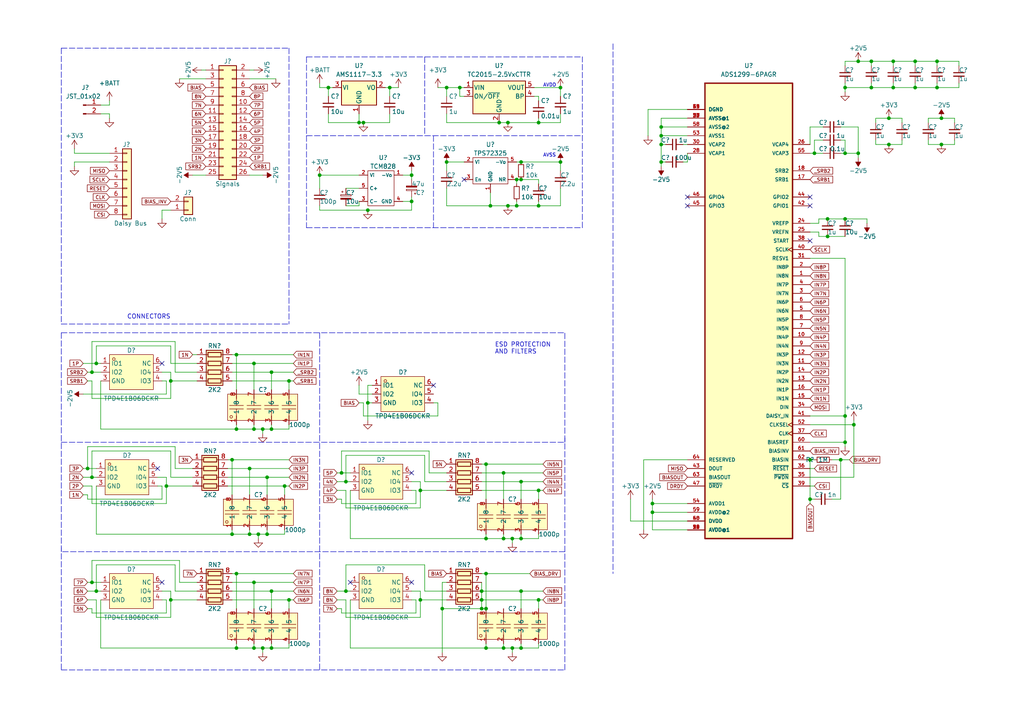
<source format=kicad_sch>
(kicad_sch (version 20211123) (generator eeschema)
  (paper "A4")
  (junction (at 156.21 35.56))
  (junction (at 26.67 138.43))
  (junction (at 113.03 25.4))
  (junction (at 148.59 187.96))
  (junction (at 78.74 124.46))
  (junction (at 156.21 142.24))
  (junction (at 189.23 146.05))
  (junction (at 106.68 60.96))
  (junction (at 48.26 140.97))
  (junction (at 271.78 17.78))
  (junction (at 151.13 52.07))
  (junction (at 265.43 17.78))
  (junction (at 129.54 25.4))
  (junction (at 100.33 171.45))
  (junction (at 77.47 154.94))
  (junction (at 139.7 171.45))
  (junction (at 149.86 52.07))
  (junction (at 105.41 35.56))
  (junction (at 240.03 63.5))
  (junction (at 78.74 171.45))
  (junction (at 142.24 59.69))
  (junction (at 104.14 35.56))
  (junction (at 140.97 156.21))
  (junction (at 147.32 35.56))
  (junction (at 191.77 36.83))
  (junction (at 234.95 133.35))
  (junction (at 140.97 134.62))
  (junction (at 67.31 133.35))
  (junction (at 121.92 142.24))
  (junction (at 99.06 137.16))
  (junction (at 92.71 50.8))
  (junction (at 68.58 102.87))
  (junction (at 245.11 63.5))
  (junction (at 74.93 154.94))
  (junction (at 191.77 41.91))
  (junction (at 49.53 173.99))
  (junction (at 82.55 140.97))
  (junction (at 139.7 173.99))
  (junction (at 106.68 116.84))
  (junction (at 259.08 25.4))
  (junction (at 76.2 187.96))
  (junction (at 147.32 59.69))
  (junction (at 119.38 58.42))
  (junction (at 26.67 107.95))
  (junction (at 26.67 168.91))
  (junction (at 73.66 105.41))
  (junction (at 151.13 139.7))
  (junction (at 68.58 166.37))
  (junction (at 151.13 156.21))
  (junction (at 248.92 44.45))
  (junction (at 73.66 168.91))
  (junction (at 245.11 128.27))
  (junction (at 83.82 173.99))
  (junction (at 271.78 25.4))
  (junction (at 252.73 17.78))
  (junction (at 76.2 124.46))
  (junction (at 146.05 187.96))
  (junction (at 257.81 41.91))
  (junction (at 68.58 124.46))
  (junction (at 236.22 44.45))
  (junction (at 27.94 105.41))
  (junction (at 162.56 25.4))
  (junction (at 149.86 59.69))
  (junction (at 252.73 25.4))
  (junction (at 240.03 68.58))
  (junction (at 25.4 135.89))
  (junction (at 191.77 46.99))
  (junction (at 162.56 46.99))
  (junction (at 265.43 25.4))
  (junction (at 121.92 173.99))
  (junction (at 140.97 176.53))
  (junction (at 83.82 110.49))
  (junction (at 151.13 46.99))
  (junction (at 146.05 156.21))
  (junction (at 119.38 50.8))
  (junction (at 100.33 139.7))
  (junction (at 140.97 187.96))
  (junction (at 133.35 25.4))
  (junction (at 27.94 171.45))
  (junction (at 243.84 133.35))
  (junction (at 245.11 44.45))
  (junction (at 67.31 154.94))
  (junction (at 49.53 110.49))
  (junction (at 245.11 120.65))
  (junction (at 95.25 25.4))
  (junction (at 189.23 148.59))
  (junction (at 245.11 25.4))
  (junction (at 139.7 176.53))
  (junction (at 72.39 135.89))
  (junction (at 248.92 17.78))
  (junction (at 78.74 107.95))
  (junction (at 68.58 187.96))
  (junction (at 257.81 34.29))
  (junction (at 273.05 41.91))
  (junction (at 259.08 17.78))
  (junction (at 73.66 187.96))
  (junction (at 146.05 137.16))
  (junction (at 234.95 144.78))
  (junction (at 77.47 138.43))
  (junction (at 151.13 171.45))
  (junction (at 247.65 123.19))
  (junction (at 140.97 166.37))
  (junction (at 73.66 124.46))
  (junction (at 148.59 156.21))
  (junction (at 156.21 59.69))
  (junction (at 72.39 154.94))
  (junction (at 144.78 35.56))
  (junction (at 151.13 187.96))
  (junction (at 129.54 46.99))
  (junction (at 156.21 173.99))
  (junction (at 273.05 34.29))
  (junction (at 78.74 187.96))
  (junction (at 191.77 39.37))
  (junction (at 128.27 176.53))
  (no_connect (at 46.99 105.41))
  (no_connect (at 199.39 59.69))
  (no_connect (at 119.38 168.91))
  (no_connect (at 234.95 69.85))
  (no_connect (at 134.62 52.07))
  (no_connect (at 199.39 57.15))
  (no_connect (at 46.99 168.91))
  (no_connect (at 45.72 135.89))
  (no_connect (at 125.73 111.76))
  (no_connect (at 234.95 59.69))
  (no_connect (at 119.38 137.16))
  (no_connect (at 101.6 168.91))
  (no_connect (at 234.95 57.15))
  (wire (pts (xy 140.97 166.37) (xy 153.67 166.37)))
  (wire (pts (xy 139.7 173.99) (xy 156.21 173.99)))
  (wire (pts (xy 67.31 168.91) (xy 73.66 168.91)))
  (wire (pts (xy 234.95 133.35) (xy 236.22 133.35)))
  (wire (pts (xy 278.13 17.78) (xy 278.13 19.05)))
  (wire (pts (xy 49.53 110.49) (xy 49.53 107.95)))
  (wire (pts (xy 162.56 33.02) (xy 162.56 35.56)))
  (wire (pts (xy 99.06 176.53) (xy 99.06 177.8)))
  (wire (pts (xy 31.75 34.29) (xy 31.75 33.02)))
  (wire (pts (xy 104.14 58.42) (xy 104.14 59.69)))
  (wire (pts (xy 21.59 48.26) (xy 21.59 46.99)))
  (wire (pts (xy 100.33 142.24) (xy 97.79 142.24)))
  (wire (pts (xy 106.68 121.92) (xy 106.68 116.84)))
  (polyline (pts (xy 163.83 160.02) (xy 17.78 160.02)))
  (wire (pts (xy 46.99 60.96) (xy 46.99 63.5)))
  (wire (pts (xy 234.95 44.45) (xy 236.22 44.45)))
  (wire (pts (xy 234.95 144.78) (xy 234.95 146.05)))
  (polyline (pts (xy 88.9 16.51) (xy 168.91 16.51)))
  (wire (pts (xy 271.78 25.4) (xy 265.43 25.4)))
  (wire (pts (xy 66.04 140.97) (xy 82.55 140.97)))
  (wire (pts (xy 142.24 59.69) (xy 147.32 59.69)))
  (wire (pts (xy 78.74 186.69) (xy 78.74 187.96)))
  (wire (pts (xy 46.99 144.78) (xy 46.99 140.97)))
  (wire (pts (xy 140.97 154.94) (xy 140.97 156.21)))
  (polyline (pts (xy 163.83 128.27) (xy 163.83 127)))
  (wire (pts (xy 76.2 124.46) (xy 78.74 124.46)))
  (wire (pts (xy 198.12 41.91) (xy 199.39 41.91)))
  (wire (pts (xy 113.03 25.4) (xy 115.57 25.4)))
  (wire (pts (xy 245.11 44.45) (xy 243.84 44.45)))
  (wire (pts (xy 127 116.84) (xy 125.73 116.84)))
  (wire (pts (xy 254 34.29) (xy 257.81 34.29)))
  (wire (pts (xy 156.21 58.42) (xy 156.21 59.69)))
  (wire (pts (xy 156.21 53.34) (xy 156.21 52.07)))
  (wire (pts (xy 162.56 27.94) (xy 162.56 25.4)))
  (wire (pts (xy 76.2 189.23) (xy 76.2 187.96)))
  (wire (pts (xy 67.31 153.67) (xy 67.31 154.94)))
  (wire (pts (xy 243.84 133.35) (xy 246.38 133.35)))
  (wire (pts (xy 156.21 27.94) (xy 154.94 27.94)))
  (wire (pts (xy 241.3 133.35) (xy 243.84 133.35)))
  (wire (pts (xy 199.39 44.45) (xy 199.39 46.99)))
  (wire (pts (xy 140.97 187.96) (xy 146.05 187.96)))
  (wire (pts (xy 77.47 153.67) (xy 77.47 154.94)))
  (wire (pts (xy 27.94 154.94) (xy 67.31 154.94)))
  (wire (pts (xy 146.05 137.16) (xy 146.05 144.78)))
  (wire (pts (xy 73.66 105.41) (xy 85.09 105.41)))
  (wire (pts (xy 49.53 60.96) (xy 46.99 60.96)))
  (wire (pts (xy 156.21 156.21) (xy 156.21 154.94)))
  (wire (pts (xy 105.41 116.84) (xy 105.41 120.65)))
  (polyline (pts (xy 17.78 160.02) (xy 17.78 158.75)))
  (wire (pts (xy 139.7 142.24) (xy 156.21 142.24)))
  (wire (pts (xy 120.65 177.8) (xy 120.65 173.99)))
  (wire (pts (xy 55.88 50.8) (xy 59.69 50.8)))
  (wire (pts (xy 67.31 171.45) (xy 78.74 171.45)))
  (wire (pts (xy 254 35.56) (xy 254 34.29)))
  (wire (pts (xy 151.13 139.7) (xy 157.48 139.7)))
  (polyline (pts (xy 17.78 13.97) (xy 83.82 13.97)))
  (wire (pts (xy 66.04 133.35) (xy 67.31 133.35)))
  (wire (pts (xy 104.14 116.84) (xy 105.41 116.84)))
  (wire (pts (xy 48.26 138.43) (xy 45.72 138.43)))
  (polyline (pts (xy 17.78 194.31) (xy 163.83 194.31)))
  (wire (pts (xy 236.22 44.45) (xy 238.76 44.45)))
  (wire (pts (xy 182.88 144.78) (xy 182.88 151.13)))
  (wire (pts (xy 25.4 129.54) (xy 25.4 135.89)))
  (wire (pts (xy 147.32 35.56) (xy 156.21 35.56)))
  (wire (pts (xy 67.31 133.35) (xy 83.82 133.35)))
  (wire (pts (xy 121.92 147.32) (xy 100.33 147.32)))
  (wire (pts (xy 149.86 52.07) (xy 151.13 52.07)))
  (wire (pts (xy 252.73 19.05) (xy 252.73 17.78)))
  (wire (pts (xy 68.58 186.69) (xy 68.58 187.96)))
  (wire (pts (xy 265.43 17.78) (xy 271.78 17.78)))
  (wire (pts (xy 127 120.65) (xy 127 116.84)))
  (wire (pts (xy 99.06 146.05) (xy 120.65 146.05)))
  (wire (pts (xy 189.23 146.05) (xy 199.39 146.05)))
  (wire (pts (xy 73.66 168.91) (xy 73.66 176.53)))
  (wire (pts (xy 49.53 173.99) (xy 49.53 171.45)))
  (wire (pts (xy 156.21 34.29) (xy 156.21 35.56)))
  (polyline (pts (xy 88.9 66.04) (xy 168.91 66.04)))
  (wire (pts (xy 123.19 163.83) (xy 123.19 171.45)))
  (wire (pts (xy 50.8 107.95) (xy 50.8 99.06)))
  (wire (pts (xy 248.92 36.83) (xy 248.92 44.45)))
  (wire (pts (xy 191.77 36.83) (xy 199.39 36.83)))
  (wire (pts (xy 68.58 124.46) (xy 73.66 124.46)))
  (wire (pts (xy 101.6 142.24) (xy 101.6 156.21)))
  (wire (pts (xy 245.11 24.13) (xy 245.11 25.4)))
  (wire (pts (xy 121.92 139.7) (xy 119.38 139.7)))
  (wire (pts (xy 133.35 27.94) (xy 133.35 25.4)))
  (wire (pts (xy 234.95 67.31) (xy 237.49 67.31)))
  (wire (pts (xy 73.66 105.41) (xy 73.66 113.03)))
  (wire (pts (xy 27.94 140.97) (xy 27.94 154.94)))
  (wire (pts (xy 156.21 173.99) (xy 157.48 173.99)))
  (polyline (pts (xy 17.78 128.27) (xy 163.83 128.27)))
  (wire (pts (xy 243.84 36.83) (xy 248.92 36.83)))
  (wire (pts (xy 271.78 17.78) (xy 278.13 17.78)))
  (wire (pts (xy 106.68 116.84) (xy 107.95 116.84)))
  (wire (pts (xy 191.77 39.37) (xy 191.77 36.83)))
  (wire (pts (xy 234.95 36.83) (xy 238.76 36.83)))
  (wire (pts (xy 50.8 99.06) (xy 26.67 99.06)))
  (wire (pts (xy 257.81 41.91) (xy 261.62 41.91)))
  (wire (pts (xy 191.77 48.26) (xy 191.77 46.99)))
  (polyline (pts (xy 17.78 96.52) (xy 17.78 194.31)))
  (wire (pts (xy 49.53 105.41) (xy 57.15 105.41)))
  (wire (pts (xy 146.05 154.94) (xy 146.05 156.21)))
  (wire (pts (xy 29.21 33.02) (xy 31.75 33.02)))
  (wire (pts (xy 21.59 46.99) (xy 31.75 46.99)))
  (wire (pts (xy 27.94 171.45) (xy 29.21 171.45)))
  (wire (pts (xy 234.95 128.27) (xy 245.11 128.27)))
  (wire (pts (xy 100.33 139.7) (xy 101.6 139.7)))
  (wire (pts (xy 26.67 162.56) (xy 26.67 168.91)))
  (wire (pts (xy 269.24 35.56) (xy 269.24 34.29)))
  (wire (pts (xy 76.2 125.73) (xy 76.2 124.46)))
  (wire (pts (xy 156.21 187.96) (xy 156.21 186.69)))
  (wire (pts (xy 148.59 156.21) (xy 151.13 156.21)))
  (wire (pts (xy 78.74 124.46) (xy 83.82 124.46)))
  (wire (pts (xy 95.25 25.4) (xy 96.52 25.4)))
  (wire (pts (xy 116.84 50.8) (xy 119.38 50.8)))
  (wire (pts (xy 119.38 52.07) (xy 119.38 50.8)))
  (wire (pts (xy 95.25 27.94) (xy 95.25 25.4)))
  (wire (pts (xy 123.19 132.08) (xy 123.19 139.7)))
  (wire (pts (xy 245.11 40.64) (xy 245.11 44.45)))
  (wire (pts (xy 243.84 40.64) (xy 245.11 40.64)))
  (wire (pts (xy 151.13 46.99) (xy 162.56 46.99)))
  (wire (pts (xy 92.71 59.69) (xy 92.71 60.96)))
  (wire (pts (xy 48.26 110.49) (xy 46.99 110.49)))
  (wire (pts (xy 27.94 100.33) (xy 27.94 105.41)))
  (wire (pts (xy 76.2 187.96) (xy 78.74 187.96)))
  (wire (pts (xy 139.7 168.91) (xy 139.7 171.45)))
  (wire (pts (xy 120.65 173.99) (xy 119.38 173.99)))
  (wire (pts (xy 129.54 35.56) (xy 144.78 35.56)))
  (wire (pts (xy 247.65 138.43) (xy 247.65 123.19)))
  (wire (pts (xy 156.21 142.24) (xy 157.48 142.24)))
  (wire (pts (xy 97.79 176.53) (xy 99.06 176.53)))
  (polyline (pts (xy 17.78 96.52) (xy 163.83 96.52)))
  (wire (pts (xy 149.86 59.69) (xy 156.21 59.69)))
  (wire (pts (xy 49.53 138.43) (xy 55.88 138.43)))
  (polyline (pts (xy 125.73 39.37) (xy 125.73 66.04)))
  (wire (pts (xy 259.08 24.13) (xy 259.08 25.4)))
  (wire (pts (xy 186.69 133.35) (xy 199.39 133.35)))
  (wire (pts (xy 73.66 186.69) (xy 73.66 187.96)))
  (wire (pts (xy 261.62 35.56) (xy 261.62 34.29)))
  (wire (pts (xy 245.11 74.93) (xy 245.11 120.65)))
  (wire (pts (xy 139.7 134.62) (xy 140.97 134.62)))
  (wire (pts (xy 68.58 187.96) (xy 73.66 187.96)))
  (wire (pts (xy 26.67 176.53) (xy 26.67 177.8)))
  (wire (pts (xy 101.6 173.99) (xy 101.6 187.96)))
  (wire (pts (xy 139.7 171.45) (xy 139.7 173.99)))
  (wire (pts (xy 151.13 156.21) (xy 156.21 156.21)))
  (wire (pts (xy 116.84 58.42) (xy 119.38 58.42)))
  (wire (pts (xy 29.21 187.96) (xy 68.58 187.96)))
  (wire (pts (xy 133.35 25.4) (xy 134.62 25.4)))
  (wire (pts (xy 119.38 49.53) (xy 119.38 50.8)))
  (wire (pts (xy 124.46 130.81) (xy 99.06 130.81)))
  (wire (pts (xy 234.95 74.93) (xy 245.11 74.93)))
  (wire (pts (xy 72.39 135.89) (xy 72.39 143.51)))
  (wire (pts (xy 120.65 146.05) (xy 120.65 142.24)))
  (wire (pts (xy 24.13 143.51) (xy 25.4 143.51)))
  (wire (pts (xy 139.7 173.99) (xy 139.7 176.53)))
  (wire (pts (xy 101.6 156.21) (xy 140.97 156.21)))
  (wire (pts (xy 27.94 173.99) (xy 25.4 173.99)))
  (wire (pts (xy 100.33 132.08) (xy 100.33 139.7)))
  (wire (pts (xy 46.99 140.97) (xy 45.72 140.97)))
  (wire (pts (xy 139.7 171.45) (xy 151.13 171.45)))
  (wire (pts (xy 100.33 163.83) (xy 100.33 171.45)))
  (polyline (pts (xy 88.9 39.37) (xy 168.91 39.37)))
  (wire (pts (xy 100.33 179.07) (xy 121.92 179.07)))
  (wire (pts (xy 140.97 134.62) (xy 157.48 134.62)))
  (wire (pts (xy 101.6 187.96) (xy 140.97 187.96)))
  (wire (pts (xy 83.82 173.99) (xy 83.82 176.53)))
  (wire (pts (xy 48.26 114.3) (xy 48.26 110.49)))
  (wire (pts (xy 97.79 171.45) (xy 100.33 171.45)))
  (wire (pts (xy 67.31 102.87) (xy 68.58 102.87)))
  (wire (pts (xy 100.33 142.24) (xy 100.33 147.32)))
  (wire (pts (xy 48.26 173.99) (xy 46.99 173.99)))
  (wire (pts (xy 83.82 124.46) (xy 83.82 123.19)))
  (wire (pts (xy 78.74 107.95) (xy 78.74 113.03)))
  (wire (pts (xy 119.38 171.45) (xy 121.92 171.45)))
  (wire (pts (xy 100.33 59.69) (xy 104.14 59.69)))
  (wire (pts (xy 78.74 107.95) (xy 85.09 107.95)))
  (wire (pts (xy 49.53 107.95) (xy 46.99 107.95)))
  (wire (pts (xy 261.62 41.91) (xy 261.62 40.64)))
  (wire (pts (xy 142.24 59.69) (xy 142.24 55.88)))
  (wire (pts (xy 73.66 168.91) (xy 85.09 168.91)))
  (wire (pts (xy 128.27 176.53) (xy 128.27 189.23)))
  (wire (pts (xy 49.53 130.81) (xy 49.53 138.43)))
  (wire (pts (xy 191.77 36.83) (xy 191.77 34.29)))
  (wire (pts (xy 189.23 144.78) (xy 189.23 146.05)))
  (wire (pts (xy 67.31 133.35) (xy 67.31 143.51)))
  (wire (pts (xy 128.27 168.91) (xy 128.27 176.53)))
  (wire (pts (xy 50.8 135.89) (xy 50.8 129.54)))
  (wire (pts (xy 24.13 138.43) (xy 26.67 138.43)))
  (wire (pts (xy 278.13 24.13) (xy 278.13 25.4)))
  (wire (pts (xy 73.66 20.32) (xy 72.39 20.32)))
  (wire (pts (xy 25.4 107.95) (xy 26.67 107.95)))
  (wire (pts (xy 148.59 187.96) (xy 151.13 187.96)))
  (wire (pts (xy 97.79 144.78) (xy 99.06 144.78)))
  (wire (pts (xy 156.21 35.56) (xy 162.56 35.56)))
  (polyline (pts (xy 177.8 12.7) (xy 177.8 166.37)))
  (wire (pts (xy 26.67 130.81) (xy 26.67 138.43)))
  (wire (pts (xy 191.77 41.91) (xy 191.77 39.37)))
  (wire (pts (xy 95.25 25.4) (xy 92.71 25.4)))
  (wire (pts (xy 49.53 115.57) (xy 49.53 110.49)))
  (wire (pts (xy 27.94 105.41) (xy 29.21 105.41)))
  (wire (pts (xy 254 41.91) (xy 257.81 41.91)))
  (wire (pts (xy 121.92 179.07) (xy 121.92 173.99)))
  (wire (pts (xy 129.54 25.4) (xy 129.54 27.94)))
  (wire (pts (xy 67.31 110.49) (xy 83.82 110.49)))
  (polyline (pts (xy 163.83 194.31) (xy 163.83 96.52)))
  (wire (pts (xy 73.66 187.96) (xy 76.2 187.96)))
  (wire (pts (xy 67.31 107.95) (xy 78.74 107.95)))
  (wire (pts (xy 26.67 110.49) (xy 26.67 115.57)))
  (wire (pts (xy 124.46 137.16) (xy 124.46 130.81)))
  (wire (pts (xy 248.92 44.45) (xy 248.92 45.72)))
  (wire (pts (xy 129.54 46.99) (xy 134.62 46.99)))
  (wire (pts (xy 50.8 135.89) (xy 55.88 135.89)))
  (wire (pts (xy 273.05 41.91) (xy 276.86 41.91)))
  (wire (pts (xy 105.41 120.65) (xy 127 120.65)))
  (wire (pts (xy 25.4 168.91) (xy 26.67 168.91)))
  (wire (pts (xy 129.54 59.69) (xy 142.24 59.69)))
  (polyline (pts (xy 83.82 13.97) (xy 83.82 63.5)))
  (wire (pts (xy 237.49 64.77) (xy 237.49 63.5)))
  (wire (pts (xy 139.7 139.7) (xy 151.13 139.7)))
  (wire (pts (xy 259.08 17.78) (xy 265.43 17.78)))
  (wire (pts (xy 82.55 140.97) (xy 82.55 143.51)))
  (wire (pts (xy 67.31 105.41) (xy 73.66 105.41)))
  (wire (pts (xy 97.79 173.99) (xy 100.33 173.99)))
  (wire (pts (xy 156.21 173.99) (xy 156.21 176.53)))
  (wire (pts (xy 241.3 144.78) (xy 243.84 144.78)))
  (wire (pts (xy 83.82 173.99) (xy 85.09 173.99)))
  (wire (pts (xy 252.73 25.4) (xy 252.73 24.13)))
  (wire (pts (xy 127 25.4) (xy 129.54 25.4)))
  (wire (pts (xy 68.58 166.37) (xy 85.09 166.37)))
  (wire (pts (xy 121.92 173.99) (xy 129.54 173.99)))
  (wire (pts (xy 182.88 151.13) (xy 199.39 151.13)))
  (wire (pts (xy 77.47 154.94) (xy 82.55 154.94)))
  (wire (pts (xy 26.67 107.95) (xy 29.21 107.95)))
  (polyline (pts (xy 17.78 93.98) (xy 83.82 93.98)))
  (wire (pts (xy 25.4 143.51) (xy 25.4 144.78)))
  (wire (pts (xy 123.19 171.45) (xy 129.54 171.45)))
  (wire (pts (xy 129.54 25.4) (xy 133.35 25.4)))
  (wire (pts (xy 121.92 147.32) (xy 121.92 142.24)))
  (wire (pts (xy 151.13 186.69) (xy 151.13 187.96)))
  (wire (pts (xy 27.94 163.83) (xy 27.94 171.45)))
  (wire (pts (xy 140.97 156.21) (xy 146.05 156.21)))
  (wire (pts (xy 276.86 35.56) (xy 276.86 34.29)))
  (wire (pts (xy 78.74 187.96) (xy 83.82 187.96)))
  (wire (pts (xy 100.33 132.08) (xy 123.19 132.08)))
  (polyline (pts (xy 83.82 63.5) (xy 83.82 93.98)))
  (wire (pts (xy 26.67 115.57) (xy 49.53 115.57)))
  (wire (pts (xy 243.84 144.78) (xy 243.84 133.35)))
  (wire (pts (xy 189.23 153.67) (xy 199.39 153.67)))
  (wire (pts (xy 265.43 17.78) (xy 265.43 19.05)))
  (wire (pts (xy 72.39 50.8) (xy 76.2 50.8)))
  (wire (pts (xy 48.26 146.05) (xy 48.26 140.97)))
  (wire (pts (xy 129.54 54.61) (xy 129.54 59.69)))
  (wire (pts (xy 55.88 102.87) (xy 57.15 102.87)))
  (wire (pts (xy 21.59 43.18) (xy 21.59 44.45)))
  (wire (pts (xy 105.41 35.56) (xy 113.03 35.56)))
  (wire (pts (xy 78.74 171.45) (xy 85.09 171.45)))
  (wire (pts (xy 162.56 54.61) (xy 162.56 59.69)))
  (wire (pts (xy 77.47 138.43) (xy 83.82 138.43)))
  (wire (pts (xy 25.4 171.45) (xy 27.94 171.45)))
  (wire (pts (xy 67.31 173.99) (xy 83.82 173.99)))
  (wire (pts (xy 259.08 25.4) (xy 252.73 25.4)))
  (polyline (pts (xy 92.71 96.52) (xy 92.71 194.31)))
  (wire (pts (xy 120.65 142.24) (xy 119.38 142.24)))
  (wire (pts (xy 234.95 64.77) (xy 237.49 64.77)))
  (wire (pts (xy 191.77 41.91) (xy 193.04 41.91)))
  (wire (pts (xy 68.58 102.87) (xy 68.58 113.03)))
  (wire (pts (xy 25.4 135.89) (xy 27.94 135.89)))
  (wire (pts (xy 31.75 30.48) (xy 29.21 30.48)))
  (wire (pts (xy 66.04 135.89) (xy 72.39 135.89)))
  (wire (pts (xy 73.66 123.19) (xy 73.66 124.46)))
  (wire (pts (xy 92.71 50.8) (xy 92.71 54.61)))
  (wire (pts (xy 111.76 25.4) (xy 113.03 25.4)))
  (wire (pts (xy 49.53 179.07) (xy 27.94 179.07)))
  (wire (pts (xy 49.53 171.45) (xy 46.99 171.45)))
  (wire (pts (xy 191.77 34.29) (xy 199.39 34.29)))
  (wire (pts (xy 106.68 111.76) (xy 107.95 111.76)))
  (wire (pts (xy 26.67 140.97) (xy 26.67 146.05)))
  (wire (pts (xy 48.26 140.97) (xy 55.88 140.97)))
  (wire (pts (xy 68.58 123.19) (xy 68.58 124.46)))
  (wire (pts (xy 21.59 44.45) (xy 31.75 44.45)))
  (wire (pts (xy 240.03 63.5) (xy 245.11 63.5)))
  (wire (pts (xy 149.86 58.42) (xy 149.86 59.69)))
  (wire (pts (xy 83.82 110.49) (xy 83.82 113.03)))
  (wire (pts (xy 273.05 34.29) (xy 276.86 34.29)))
  (wire (pts (xy 269.24 34.29) (xy 273.05 34.29)))
  (wire (pts (xy 247.65 121.92) (xy 247.65 123.19)))
  (wire (pts (xy 245.11 129.54) (xy 245.11 128.27)))
  (wire (pts (xy 99.06 144.78) (xy 99.06 146.05)))
  (wire (pts (xy 237.49 63.5) (xy 240.03 63.5)))
  (wire (pts (xy 265.43 24.13) (xy 265.43 25.4)))
  (wire (pts (xy 48.26 140.97) (xy 48.26 138.43)))
  (wire (pts (xy 68.58 102.87) (xy 85.09 102.87)))
  (wire (pts (xy 252.73 17.78) (xy 259.08 17.78)))
  (wire (pts (xy 26.67 130.81) (xy 49.53 130.81)))
  (wire (pts (xy 121.92 142.24) (xy 129.54 142.24)))
  (wire (pts (xy 146.05 187.96) (xy 148.59 187.96)))
  (wire (pts (xy 49.53 100.33) (xy 27.94 100.33)))
  (wire (pts (xy 245.11 44.45) (xy 248.92 44.45)))
  (wire (pts (xy 147.32 59.69) (xy 149.86 59.69)))
  (wire (pts (xy 52.07 162.56) (xy 26.67 162.56)))
  (wire (pts (xy 245.11 26.67) (xy 245.11 25.4)))
  (wire (pts (xy 99.06 130.81) (xy 99.06 137.16)))
  (wire (pts (xy 245.11 17.78) (xy 248.92 17.78)))
  (wire (pts (xy 74.93 154.94) (xy 77.47 154.94)))
  (wire (pts (xy 269.24 40.64) (xy 269.24 41.91)))
  (wire (pts (xy 156.21 59.69) (xy 162.56 59.69)))
  (wire (pts (xy 26.67 177.8) (xy 48.26 177.8)))
  (wire (pts (xy 73.66 124.46) (xy 76.2 124.46)))
  (wire (pts (xy 25.4 176.53) (xy 26.67 176.53)))
  (wire (pts (xy 99.06 137.16) (xy 101.6 137.16)))
  (wire (pts (xy 67.31 154.94) (xy 72.39 154.94)))
  (wire (pts (xy 113.03 33.02) (xy 113.03 35.56)))
  (wire (pts (xy 121.92 142.24) (xy 121.92 139.7)))
  (wire (pts (xy 151.13 154.94) (xy 151.13 156.21)))
  (polyline (pts (xy 17.78 13.97) (xy 17.78 93.98)))
  (wire (pts (xy 92.71 25.4) (xy 92.71 24.13)))
  (wire (pts (xy 78.74 171.45) (xy 78.74 176.53)))
  (wire (pts (xy 129.54 49.53) (xy 129.54 46.99)))
  (wire (pts (xy 146.05 156.21) (xy 148.59 156.21)))
  (wire (pts (xy 29.21 173.99) (xy 29.21 187.96)))
  (wire (pts (xy 25.4 144.78) (xy 46.99 144.78)))
  (polyline (pts (xy 168.91 66.04) (xy 168.91 16.51)))
  (wire (pts (xy 52.07 168.91) (xy 52.07 162.56)))
  (wire (pts (xy 236.22 44.45) (xy 236.22 40.64)))
  (wire (pts (xy 104.14 111.76) (xy 104.14 114.3)))
  (wire (pts (xy 139.7 166.37) (xy 140.97 166.37)))
  (wire (pts (xy 26.67 168.91) (xy 29.21 168.91)))
  (wire (pts (xy 26.67 99.06) (xy 26.67 107.95)))
  (wire (pts (xy 191.77 39.37) (xy 199.39 39.37)))
  (wire (pts (xy 245.11 68.58) (xy 240.03 68.58)))
  (wire (pts (xy 72.39 135.89) (xy 83.82 135.89)))
  (wire (pts (xy 191.77 46.99) (xy 193.04 46.99)))
  (wire (pts (xy 67.31 166.37) (xy 68.58 166.37)))
  (wire (pts (xy 49.53 105.41) (xy 49.53 100.33)))
  (wire (pts (xy 95.25 35.56) (xy 104.14 35.56)))
  (wire (pts (xy 156.21 52.07) (xy 151.13 52.07)))
  (wire (pts (xy 100.33 173.99) (xy 100.33 179.07)))
  (wire (pts (xy 119.38 58.42) (xy 119.38 60.96)))
  (wire (pts (xy 237.49 67.31) (xy 237.49 68.58)))
  (wire (pts (xy 236.22 40.64) (xy 238.76 40.64)))
  (wire (pts (xy 271.78 24.13) (xy 271.78 25.4)))
  (wire (pts (xy 119.38 58.42) (xy 119.38 57.15)))
  (wire (pts (xy 82.55 140.97) (xy 83.82 140.97)))
  (wire (pts (xy 29.21 124.46) (xy 68.58 124.46)))
  (wire (pts (xy 106.68 60.96) (xy 119.38 60.96)))
  (wire (pts (xy 151.13 171.45) (xy 151.13 176.53)))
  (wire (pts (xy 236.22 144.78) (xy 234.95 144.78)))
  (wire (pts (xy 189.23 148.59) (xy 199.39 148.59)))
  (wire (pts (xy 151.13 187.96) (xy 156.21 187.96)))
  (wire (pts (xy 199.39 46.99) (xy 198.12 46.99)))
  (wire (pts (xy 234.95 138.43) (xy 247.65 138.43)))
  (wire (pts (xy 269.24 41.91) (xy 273.05 41.91)))
  (wire (pts (xy 68.58 166.37) (xy 68.58 176.53)))
  (wire (pts (xy 49.53 173.99) (xy 57.15 173.99)))
  (wire (pts (xy 52.07 168.91) (xy 57.15 168.91)))
  (wire (pts (xy 104.14 114.3) (xy 107.95 114.3)))
  (wire (pts (xy 151.13 171.45) (xy 157.48 171.45)))
  (wire (pts (xy 97.79 139.7) (xy 100.33 139.7)))
  (wire (pts (xy 237.49 68.58) (xy 240.03 68.58)))
  (wire (pts (xy 113.03 25.4) (xy 113.03 27.94)))
  (wire (pts (xy 189.23 148.59) (xy 189.23 153.67)))
  (wire (pts (xy 154.94 25.4) (xy 162.56 25.4)))
  (polyline (pts (xy 88.9 39.37) (xy 88.9 66.04)))
  (wire (pts (xy 66.04 138.43) (xy 77.47 138.43)))
  (wire (pts (xy 129.54 33.02) (xy 129.54 35.56)))
  (wire (pts (xy 106.68 116.84) (xy 106.68 111.76)))
  (wire (pts (xy 146.05 137.16) (xy 157.48 137.16)))
  (wire (pts (xy 186.69 153.67) (xy 186.69 133.35)))
  (wire (pts (xy 27.94 173.99) (xy 27.94 179.07)))
  (wire (pts (xy 140.97 134.62) (xy 140.97 144.78)))
  (wire (pts (xy 48.26 146.05) (xy 26.67 146.05)))
  (wire (pts (xy 151.13 46.99) (xy 149.86 46.99)))
  (wire (pts (xy 92.71 60.96) (xy 106.68 60.96)))
  (wire (pts (xy 27.94 163.83) (xy 50.8 163.83)))
  (wire (pts (xy 24.13 105.41) (xy 27.94 105.41)))
  (wire (pts (xy 100.33 171.45) (xy 101.6 171.45)))
  (wire (pts (xy 50.8 171.45) (xy 57.15 171.45)))
  (wire (pts (xy 140.97 186.69) (xy 140.97 187.96)))
  (wire (pts (xy 234.95 123.19) (xy 247.65 123.19)))
  (wire (pts (xy 162.56 46.99) (xy 162.56 49.53)))
  (polyline (pts (xy 123.19 16.51) (xy 123.19 39.37)))
  (wire (pts (xy 134.62 27.94) (xy 133.35 27.94)))
  (wire (pts (xy 140.97 166.37) (xy 140.97 176.53)))
  (wire (pts (xy 156.21 29.21) (xy 156.21 27.94)))
  (wire (pts (xy 191.77 46.99) (xy 191.77 41.91)))
  (wire (pts (xy 139.7 137.16) (xy 146.05 137.16)))
  (wire (pts (xy 92.71 50.8) (xy 104.14 50.8)))
  (wire (pts (xy 187.96 39.37) (xy 187.96 31.75)))
  (wire (pts (xy 254 40.64) (xy 254 41.91)))
  (wire (pts (xy 72.39 153.67) (xy 72.39 154.94)))
  (wire (pts (xy 49.53 110.49) (xy 57.15 110.49)))
  (wire (pts (xy 26.67 138.43) (xy 27.94 138.43)))
  (wire (pts (xy 72.39 22.86) (xy 80.01 22.86)))
  (wire (pts (xy 271.78 17.78) (xy 271.78 19.05)))
  (wire (pts (xy 245.11 19.05) (xy 245.11 17.78)))
  (wire (pts (xy 156.21 142.24) (xy 156.21 144.78)))
  (wire (pts (xy 121.92 171.45) (xy 121.92 173.99)))
  (wire (pts (xy 245.11 128.27) (xy 245.11 120.65)))
  (wire (pts (xy 29.21 110.49) (xy 29.21 124.46)))
  (wire (pts (xy 104.14 33.02) (xy 104.14 35.56)))
  (wire (pts (xy 128.27 168.91) (xy 129.54 168.91)))
  (wire (pts (xy 261.62 34.29) (xy 257.81 34.29)))
  (wire (pts (xy 251.46 64.77) (xy 251.46 63.5)))
  (wire (pts (xy 24.13 135.89) (xy 25.4 135.89)))
  (wire (pts (xy 100.33 163.83) (xy 123.19 163.83)))
  (wire (pts (xy 236.22 135.89) (xy 234.95 135.89)))
  (wire (pts (xy 234.95 133.35) (xy 234.95 144.78)))
  (wire (pts (xy 148.59 157.48) (xy 148.59 156.21)))
  (wire (pts (xy 144.78 35.56) (xy 147.32 35.56)))
  (wire (pts (xy 189.23 146.05) (xy 189.23 148.59)))
  (wire (pts (xy 49.53 179.07) (xy 49.53 173.99)))
  (wire (pts (xy 57.15 107.95) (xy 50.8 107.95)))
  (wire (pts (xy 77.47 138.43) (xy 77.47 143.51)))
  (wire (pts (xy 58.42 20.32) (xy 59.69 20.32)))
  (wire (pts (xy 31.75 29.21) (xy 31.75 30.48)))
  (wire (pts (xy 74.93 156.21) (xy 74.93 154.94)))
  (wire (pts (xy 99.06 177.8) (xy 120.65 177.8)))
  (wire (pts (xy 26.67 140.97) (xy 24.13 140.97)))
  (wire (pts (xy 83.82 187.96) (xy 83.82 186.69)))
  (wire (pts (xy 78.74 123.19) (xy 78.74 124.46)))
  (wire (pts (xy 139.7 176.53) (xy 140.97 176.53)))
  (wire (pts (xy 124.46 137.16) (xy 129.54 137.16)))
  (wire (pts (xy 146.05 186.69) (xy 146.05 187.96)))
  (wire (pts (xy 104.14 35.56) (xy 105.41 35.56)))
  (wire (pts (xy 100.33 54.61) (xy 104.14 54.61)))
  (wire (pts (xy 83.82 110.49) (xy 85.09 110.49)))
  (wire (pts (xy 50.8 163.83) (xy 50.8 171.45)))
  (wire (pts (xy 52.07 22.86) (xy 59.69 22.86)))
  (wire (pts (xy 148.59 189.23) (xy 148.59 187.96)))
  (wire (pts (xy 248.92 17.78) (xy 252.73 17.78)))
  (wire (pts (xy 123.19 139.7) (xy 129.54 139.7)))
  (wire (pts (xy 97.79 137.16) (xy 99.06 137.16)))
  (wire (pts (xy 24.13 114.3) (xy 48.26 114.3)))
  (wire (pts (xy 236.22 140.97) (xy 234.95 140.97)))
  (wire (pts (xy 151.13 139.7) (xy 151.13 144.78)))
  (wire (pts (xy 128.27 176.53) (xy 139.7 176.53)))
  (wire (pts (xy 245.11 120.65) (xy 234.95 120.65)))
  (wire (pts (xy 259.08 17.78) (xy 259.08 19.05)))
  (wire (pts (xy 265.43 25.4) (xy 259.08 25.4)))
  (wire (pts (xy 149.86 52.07) (xy 149.86 53.34)))
  (wire (pts (xy 25.4 110.49) (xy 26.67 110.49)))
  (wire (pts (xy 234.95 41.91) (xy 234.95 36.83)))
  (wire (pts (xy 50.8 129.54) (xy 25.4 129.54)))
  (wire (pts (xy 245.11 25.4) (xy 252.73 25.4)))
  (wire (pts (xy 82.55 154.94) (xy 82.55 153.67)))
  (wire (pts (xy 187.96 31.75) (xy 199.39 31.75)))
  (wire (pts (xy 245.11 63.5) (xy 251.46 63.5)))
  (wire (pts (xy 95.25 33.02) (xy 95.25 35.56)))
  (wire (pts (xy 278.13 25.4) (xy 271.78 25.4)))
  (wire (pts (xy 276.86 41.91) (xy 276.86 40.64)))
  (polyline (pts (xy 88.9 16.51) (xy 88.9 39.37)))
  (wire (pts (xy 72.39 154.94) (xy 74.93 154.94)))
  (wire (pts (xy 48.26 177.8) (xy 48.26 173.99)))
  (text "AVDD" (at 157.48 25.4 0) (effects (font (size 1 1)) (justify left bottom)))
  (text "ESD PROTECTION \nAND FILTERS" (at 143.51 102.87 0) (effects (font (size 1.27 1.27)) (justify left bottom)))
  (text "CONNECTORS" (at 36.83 92.71 0) (effects (font (size 1.27 1.27)) (justify left bottom)))
  (text "AVSS" (at 157.48 45.72 0) (effects (font (size 1 1)) (justify left bottom)))
  (global_label "IN3P" (shape input) (at 234.95 102.87 0) (effects (font (size 1 1))) (property "Intersheet References" "${INTERSHEET_REFS}" (effects hide)))
  (global_label "2P" (shape input) (at 72.39 43.18 0) (effects (font (size 1 1))) (property "Intersheet References" "${INTERSHEET_REFS}" (effects hide)))
  (global_label "2N" (shape input) (at 59.69 43.18 180) (effects (font (size 1 1))) (property "Intersheet References" "${INTERSHEET_REFS}" (effects hide)))
  (global_label "4N" (shape input) (at 59.69 38.1 180) (effects (font (size 1 1))) (property "Intersheet References" "${INTERSHEET_REFS}" (effects hide)))
  (global_label "DRDY" (shape input) (at 199.39 140.97 180) (effects (font (size 1 1))) (property "Intersheet References" "${INTERSHEET_REFS}" (effects hide)))
  (global_label "3N" (shape input) (at 97.79 144.78 180) (effects (font (size 1 1))) (property "Intersheet References" "${INTERSHEET_REFS}" (effects hide)))
  (global_label "IN1N" (shape input) (at 85.09 102.87 0) (effects (font (size 1 1))) (property "Intersheet References" "${INTERSHEET_REFS}" (effects hide)))
  (global_label "8N" (shape input) (at 59.69 27.94 180) (effects (font (size 1 1))) (property "Intersheet References" "${INTERSHEET_REFS}" (effects hide)))
  (global_label "4N" (shape input) (at 97.79 139.7 180) (effects (font (size 1 1))) (property "Intersheet References" "${INTERSHEET_REFS}" (effects hide)))
  (global_label "4P" (shape input) (at 97.79 142.24 180) (effects (font (size 1 1))) (property "Intersheet References" "${INTERSHEET_REFS}" (effects hide)))
  (global_label "IN8N" (shape input) (at 234.95 80.01 0) (effects (font (size 1 1))) (property "Intersheet References" "${INTERSHEET_REFS}" (effects hide)))
  (global_label "_SRB1" (shape input) (at 234.95 52.07 0) (effects (font (size 1 1))) (property "Intersheet References" "${INTERSHEET_REFS}" (effects hide)))
  (global_label "1N" (shape input) (at 59.69 45.72 180) (effects (font (size 1 1))) (property "Intersheet References" "${INTERSHEET_REFS}" (effects hide)))
  (global_label "IN5P" (shape input) (at 234.95 92.71 0) (effects (font (size 1 1))) (property "Intersheet References" "${INTERSHEET_REFS}" (effects hide)))
  (global_label "4P" (shape input) (at 72.39 38.1 0) (effects (font (size 1 1))) (property "Intersheet References" "${INTERSHEET_REFS}" (effects hide)))
  (global_label "SRB1" (shape input) (at 72.39 48.26 0) (effects (font (size 1 1))) (property "Intersheet References" "${INTERSHEET_REFS}" (effects hide)))
  (global_label "IN2N" (shape input) (at 234.95 110.49 0) (effects (font (size 1 1))) (property "Intersheet References" "${INTERSHEET_REFS}" (effects hide)))
  (global_label "BIAS" (shape input) (at 129.54 166.37 180) (effects (font (size 1 1))) (property "Intersheet References" "${INTERSHEET_REFS}" (effects hide)))
  (global_label "IN1P" (shape input) (at 234.95 113.03 0) (effects (font (size 1 1))) (property "Intersheet References" "${INTERSHEET_REFS}" (effects hide)))
  (global_label "IN8N" (shape input) (at 157.48 171.45 0) (effects (font (size 1 1))) (property "Intersheet References" "${INTERSHEET_REFS}" (effects hide)))
  (global_label "7N" (shape input) (at 57.15 166.37 180) (effects (font (size 1 1))) (property "Intersheet References" "${INTERSHEET_REFS}" (effects hide)))
  (global_label "BIAS" (shape input) (at 59.69 25.4 180) (effects (font (size 1 1))) (property "Intersheet References" "${INTERSHEET_REFS}" (effects hide)))
  (global_label "IN3N" (shape input) (at 234.95 105.41 0) (effects (font (size 1 1))) (property "Intersheet References" "${INTERSHEET_REFS}" (effects hide)))
  (global_label "IN8P" (shape input) (at 234.95 77.47 0) (effects (font (size 1 1))) (property "Intersheet References" "${INTERSHEET_REFS}" (effects hide)))
  (global_label "IN5P" (shape input) (at 157.48 137.16 0) (effects (font (size 1 1))) (property "Intersheet References" "${INTERSHEET_REFS}" (effects hide)))
  (global_label "5P" (shape input) (at 72.39 35.56 0) (effects (font (size 1 1))) (property "Intersheet References" "${INTERSHEET_REFS}" (effects hide)))
  (global_label "IN7P" (shape input) (at 85.09 168.91 0) (effects (font (size 1 1))) (property "Intersheet References" "${INTERSHEET_REFS}" (effects hide)))
  (global_label "BIAS_INV" (shape input) (at 49.53 58.42 180) (effects (font (size 1 1))) (property "Intersheet References" "${INTERSHEET_REFS}" (effects hide)))
  (global_label "CSI" (shape input) (at 31.75 62.23 180) (effects (font (size 1 1))) (property "Intersheet References" "${INTERSHEET_REFS}" (effects hide)))
  (global_label "MISO" (shape input) (at 199.39 135.89 180) (effects (font (size 1 1))) (property "Intersheet References" "${INTERSHEET_REFS}" (effects hide)))
  (global_label "3N" (shape input) (at 55.88 133.35 180) (effects (font (size 1 1))) (property "Intersheet References" "${INTERSHEET_REFS}" (effects hide)))
  (global_label "8N" (shape input) (at 97.79 173.99 180) (effects (font (size 1 1))) (property "Intersheet References" "${INTERSHEET_REFS}" (effects hide)))
  (global_label "8P" (shape input) (at 72.39 27.94 0) (effects (font (size 1 1))) (property "Intersheet References" "${INTERSHEET_REFS}" (effects hide)))
  (global_label "2N" (shape input) (at 24.13 138.43 180) (effects (font (size 1 1))) (property "Intersheet References" "${INTERSHEET_REFS}" (effects hide)))
  (global_label "2P" (shape input) (at 24.13 140.97 180) (effects (font (size 1 1))) (property "Intersheet References" "${INTERSHEET_REFS}" (effects hide)))
  (global_label "IN4P" (shape input) (at 234.95 97.79 0) (effects (font (size 1 1))) (property "Intersheet References" "${INTERSHEET_REFS}" (effects hide)))
  (global_label "IN1N" (shape input) (at 234.95 115.57 0) (effects (font (size 1 1))) (property "Intersheet References" "${INTERSHEET_REFS}" (effects hide)))
  (global_label "7P" (shape input) (at 72.39 30.48 0) (effects (font (size 1 1))) (property "Intersheet References" "${INTERSHEET_REFS}" (effects hide)))
  (global_label "IN7N" (shape input) (at 234.95 85.09 0) (effects (font (size 1 1))) (property "Intersheet References" "${INTERSHEET_REFS}" (effects hide)))
  (global_label "IN3P" (shape input) (at 83.82 135.89 0) (effects (font (size 1 1))) (property "Intersheet References" "${INTERSHEET_REFS}" (effects hide)))
  (global_label "5N" (shape input) (at 129.54 134.62 180) (effects (font (size 1 1))) (property "Intersheet References" "${INTERSHEET_REFS}" (effects hide)))
  (global_label "IN8P" (shape input) (at 157.48 173.99 0) (effects (font (size 1 1))) (property "Intersheet References" "${INTERSHEET_REFS}" (effects hide)))
  (global_label "CSI" (shape input) (at 236.22 140.97 0) (effects (font (size 1 1))) (property "Intersheet References" "${INTERSHEET_REFS}" (effects hide)))
  (global_label "1P" (shape input) (at 24.13 105.41 180) (effects (font (size 1 1))) (property "Intersheet References" "${INTERSHEET_REFS}" (effects hide)))
  (global_label "8N" (shape input) (at 97.79 171.45 180) (effects (font (size 1 1))) (property "Intersheet References" "${INTERSHEET_REFS}" (effects hide)))
  (global_label "BIAS" (shape input) (at 104.14 116.84 180) (effects (font (size 1 1))) (property "Intersheet References" "${INTERSHEET_REFS}" (effects hide)))
  (global_label "SRB2" (shape input) (at 25.4 107.95 180) (effects (font (size 1 1))) (property "Intersheet References" "${INTERSHEET_REFS}" (effects hide)))
  (global_label "5P" (shape input) (at 97.79 137.16 180) (effects (font (size 1 1))) (property "Intersheet References" "${INTERSHEET_REFS}" (effects hide)))
  (global_label "IN4N" (shape input) (at 157.48 139.7 0) (effects (font (size 1 1))) (property "Intersheet References" "${INTERSHEET_REFS}" (effects hide)))
  (global_label "IN6P" (shape input) (at 85.09 173.99 0) (effects (font (size 1 1))) (property "Intersheet References" "${INTERSHEET_REFS}" (effects hide)))
  (global_label "MOSI" (shape input) (at 234.95 118.11 0) (effects (font (size 1 1))) (property "Intersheet References" "${INTERSHEET_REFS}" (effects hide)))
  (global_label "BIAS" (shape input) (at 72.39 25.4 0) (effects (font (size 1 1))) (property "Intersheet References" "${INTERSHEET_REFS}" (effects hide)))
  (global_label "3P" (shape input) (at 72.39 40.64 0) (effects (font (size 1 1))) (property "Intersheet References" "${INTERSHEET_REFS}" (effects hide)))
  (global_label "IN2N" (shape input) (at 83.82 138.43 0) (effects (font (size 1 1))) (property "Intersheet References" "${INTERSHEET_REFS}" (effects hide)))
  (global_label "1N" (shape input) (at 24.13 143.51 180) (effects (font (size 1 1))) (property "Intersheet References" "${INTERSHEET_REFS}" (effects hide)))
  (global_label "CLK" (shape input) (at 31.75 57.15 180) (effects (font (size 1 1))) (property "Intersheet References" "${INTERSHEET_REFS}" (effects hide)))
  (global_label "IN2P" (shape input) (at 234.95 107.95 0) (effects (font (size 1 1))) (property "Intersheet References" "${INTERSHEET_REFS}" (effects hide)))
  (global_label "BIAS_DRV" (shape input) (at 246.38 133.35 0) (effects (font (size 1 1))) (property "Intersheet References" "${INTERSHEET_REFS}" (effects hide)))
  (global_label "IN3N" (shape input) (at 83.82 133.35 0) (effects (font (size 1 1))) (property "Intersheet References" "${INTERSHEET_REFS}" (effects hide)))
  (global_label "IN6N" (shape input) (at 234.95 90.17 0) (effects (font (size 1 1))) (property "Intersheet References" "${INTERSHEET_REFS}" (effects hide)))
  (global_label "IN6P" (shape input) (at 234.95 87.63 0) (effects (font (size 1 1))) (property "Intersheet References" "${INTERSHEET_REFS}" (effects hide)))
  (global_label "7N" (shape input) (at 97.79 176.53 180) (effects (font (size 1 1))) (property "Intersheet References" "${INTERSHEET_REFS}" (effects hide)))
  (global_label "6N" (shape input) (at 59.69 33.02 180) (effects (font (size 1 1))) (property "Intersheet References" "${INTERSHEET_REFS}" (effects hide)))
  (global_label "BIASOUT" (shape input) (at 234.95 146.05 270) (effects (font (size 1 1))) (property "Intersheet References" "${INTERSHEET_REFS}" (effects hide)))
  (global_label "BIAS_DRV" (shape input) (at 153.67 166.37 0) (effects (font (size 1 1))) (property "Intersheet References" "${INTERSHEET_REFS}" (effects hide)))
  (global_label "5N" (shape input) (at 25.4 176.53 180) (effects (font (size 1 1))) (property "Intersheet References" "${INTERSHEET_REFS}" (effects hide)))
  (global_label "IN5N" (shape input) (at 234.95 95.25 0) (effects (font (size 1 1))) (property "Intersheet References" "${INTERSHEET_REFS}" (effects hide)))
  (global_label "IN6N" (shape input) (at 85.09 171.45 0) (effects (font (size 1 1))) (property "Intersheet References" "${INTERSHEET_REFS}" (effects hide)))
  (global_label "RESET" (shape input) (at 31.75 54.61 180) (effects (font (size 1 1))) (property "Intersheet References" "${INTERSHEET_REFS}" (effects hide)))
  (global_label "IN4P" (shape input) (at 157.48 142.24 0) (effects (font (size 1 1))) (property "Intersheet References" "${INTERSHEET_REFS}" (effects hide)))
  (global_label "IN1P" (shape input) (at 85.09 105.41 0) (effects (font (size 1 1))) (property "Intersheet References" "${INTERSHEET_REFS}" (effects hide)))
  (global_label "SRB1" (shape input) (at 25.4 110.49 180) (effects (font (size 1 1))) (property "Intersheet References" "${INTERSHEET_REFS}" (effects hide)))
  (global_label "SCLK" (shape input) (at 31.75 52.07 180) (effects (font (size 1 1))) (property "Intersheet References" "${INTERSHEET_REFS}" (effects hide)))
  (global_label "CLK" (shape input) (at 234.95 125.73 0) (effects (font (size 1 1))) (property "Intersheet References" "${INTERSHEET_REFS}" (effects hide)))
  (global_label "BIASOUT" (shape input) (at 199.39 138.43 180) (effects (font (size 1 1))) (property "Intersheet References" "${INTERSHEET_REFS}" (effects hide)))
  (global_label "7P" (shape input) (at 25.4 168.91 180) (effects (font (size 1 1))) (property "Intersheet References" "${INTERSHEET_REFS}" (effects hide)))
  (global_label "_SRB2" (shape input) (at 234.95 49.53 0) (effects (font (size 1 1))) (property "Intersheet References" "${INTERSHEET_REFS}" (effects hide)))
  (global_label "7N" (shape input) (at 59.69 30.48 180) (effects (font (size 1 1))) (property "Intersheet References" "${INTERSHEET_REFS}" (effects hide)))
  (global_label "5N" (shape input) (at 59.69 35.56 180) (effects (font (size 1 1))) (property "Intersheet References" "${INTERSHEET_REFS}" (effects hide)))
  (global_label "MOSI" (shape input) (at 31.75 59.69 180) (effects (font (size 1 1))) (property "Intersheet References" "${INTERSHEET_REFS}" (effects hide)))
  (global_label "6P" (shape input) (at 72.39 33.02 0) (effects (font (size 1 1))) (property "Intersheet References" "${INTERSHEET_REFS}" (effects hide)))
  (global_label "BIAS_INV" (shape input) (at 234.95 130.81 0) (effects (font (size 1 1))) (property "Intersheet References" "${INTERSHEET_REFS}" (effects hide)))
  (global_label "SCLK" (shape input) (at 234.95 72.39 0) (effects (font (size 1 1))) (property "Intersheet References" "${INTERSHEET_REFS}" (effects hide)))
  (global_label "3P" (shape input) (at 24.13 135.89 180) (effects (font (size 1 1))) (property "Intersheet References" "${INTERSHEET_REFS}" (effects hide)))
  (global_label "SRB2" (shape input) (at 59.69 48.26 180) (effects (font (size 1 1))) (property "Intersheet References" "${INTERSHEET_REFS}" (effects hide)))
  (global_label "_SRB1" (shape input) (at 85.09 110.49 0) (effects (font (size 1 1))) (property "Intersheet References" "${INTERSHEET_REFS}" (effects hide)))
  (global_label "3N" (shape input) (at 59.69 40.64 180) (effects (font (size 1 1))) (property "Intersheet References" "${INTERSHEET_REFS}" (effects hide)))
  (global_label "6P" (shape input) (at 25.4 173.99 180) (effects (font (size 1 1))) (property "Intersheet References" "${INTERSHEET_REFS}" (effects hide)))
  (global_label "1N" (shape input) (at 55.88 102.87 180) (effects (font (size 1 1))) (property "Intersheet References" "${INTERSHEET_REFS}" (effects hide)))
  (global_label "RESET" (shape input) (at 236.22 135.89 0) (effects (font (size 1 1))) (property "Intersheet References" "${INTERSHEET_REFS}" (effects hide)))
  (global_label "6N" (shape input) (at 25.4 171.45 180) (effects (font (size 1 1))) (property "Intersheet References" "${INTERSHEET_REFS}" (effects hide)))
  (global_label "IN7N" (shape input) (at 85.09 166.37 0) (effects (font (size 1 1))) (property "Intersheet References" "${INTERSHEET_REFS}" (effects hide)))
  (global_label "MISO" (shape input) (at 31.75 49.53 180) (effects (font (size 1 1))) (property "Intersheet References" "${INTERSHEET_REFS}" (effects hide)))
  (global_label "IN2P" (shape input) (at 83.82 140.97 0) (effects (font (size 1 1))) (property "Intersheet References" "${INTERSHEET_REFS}" (effects hide)))
  (global_label "IN7P" (shape input) (at 234.95 82.55 0) (effects (font (size 1 1))) (property "Intersheet References" "${INTERSHEET_REFS}" (effects hide)))
  (global_label "_SRB2" (shape input) (at 85.09 107.95 0) (effects (font (size 1 1))) (property "Intersheet References" "${INTERSHEET_REFS}" (effects hide)))
  (global_label "IN5N" (shape input) (at 157.48 134.62 0) (effects (font (size 1 1))) (property "Intersheet References" "${INTERSHEET_REFS}" (effects hide)))
  (global_label "1P" (shape input) (at 72.39 45.72 0) (effects (font (size 1 1))) (property "Intersheet References" "${INTERSHEET_REFS}" (effects hide)))
  (global_label "IN4N" (shape input) (at 234.95 100.33 0) (effects (font (size 1 1))) (property "Intersheet References" "${INTERSHEET_REFS}" (effects hide)))
  (symbol (lib_id "easyeda2kicad:Y4C2N330J500CT") (at 76.2 181.61 0) (unit 1)
    (property "Reference" "C?" (at 74.93 176.53 0) (effects (justify left)))
    (property "Value" "1000p" (at 83.82 186.69 0) (effects (justify left)))
    (property "Footprint" "easyeda2kicad:CAP-ARRAY-SMD_0508-8P-L2.0-W1.3-BL-1" (effects hide))
    (property "Datasheet" "https://lcsc.com/product-detail/Lack-of-specifications_Walsin-Tech-Corp-Y4C2N330J500CT_C383871.html" (effects hide))
    (property "Manufacturer" "Walsin Tech Corp" (effects hide))
    (property "LCSC Part" "C383871" (effects hide))
    (property "JLC Part" "Extended Part" (effects hide))
  )
  (symbol (lib_id "Device:C_Small") (at 271.78 21.59 0) (unit 1)
    (property "Reference" "C?" (at 271.78 20.32 0) (effects (justify left)))
    (property "Value" "1u" (at 271.78 22.86 0) (effects (justify left)))
  )
  (symbol (lib_id "power:+2V5") (at 248.92 17.78 0) (unit 1)
    (property "Reference" "#PWR?" (effects hide))
    (property "Value" "+2V5" (at 248.92 13.97 0))
  )
  (symbol (lib_id "Device:C_Small") (at 252.73 21.59 0) (unit 1)
    (property "Reference" "C?" (at 252.73 20.32 0) (effects (justify left)))
    (property "Value" "1u" (at 252.73 22.86 0) (effects (justify left)))
  )
  (symbol (lib_id "Regulator_Linear:AMS1117-3.3") (at 104.14 25.4 0) (unit 1)
    (property "Reference" "U?" (at 104.14 19.05 0))
    (property "Value" "AMS1117-3.3" (at 104.14 21.59 0))
    (property "Footprint" "Package_TO_SOT_SMD:SOT-223-3_TabPin2" (effects hide))
    (property "Datasheet" "http://www.advanced-monolithic.com/pdf/ds1117.pdf" (effects hide))
  )
  (symbol (lib_id "power:-2V5") (at 191.77 48.26 180) (unit 1)
    (property "Reference" "#PWR?" (effects hide))
    (property "Value" "-2V5" (at 191.77 52.07 0))
  )
  (symbol (lib_id "Device:C_Small") (at 241.3 36.83 90) (unit 1)
    (property "Reference" "C?" (at 240.03 35.56 90) (effects (justify left)))
    (property "Value" "1u" (at 245.11 35.56 90) (effects (justify left)))
  )
  (symbol (lib_id "Connector_Generic:Conn_01x08") (at 36.83 52.07 0) (unit 1)
    (property "Reference" "J?" (at 35.56 41.91 0) (effects (justify left)))
    (property "Value" "Daisy Bus" (at 33.02 64.77 0) (effects (justify left)))
  )
  (symbol (lib_id "power:GND") (at 76.2 189.23 0) (unit 1)
    (property "Reference" "#PWR?" (effects hide))
    (property "Value" "GND" (effects hide))
  )
  (symbol (lib_id "Connector:Conn_01x02_Male") (at 24.13 30.48 0) (unit 1)
    (property "Reference" "J?" (at 24.765 25.4 0))
    (property "Value" "JST_01x02" (at 24.13 27.94 0))
    (property "Footprint" "Connector_JST:JST_EH_S2B-EH_1x02_P2.50mm_Horizontal" (effects hide))
  )
  (symbol (lib_id "Device:C_Small") (at 113.03 30.48 0) (unit 1)
    (property "Reference" "C?" (at 113.665 27.94 0) (effects (justify left)))
    (property "Value" "10u" (at 113.665 32.385 0) (effects (justify left)))
  )
  (symbol (lib_id "Device:R_Pack04") (at 134.62 139.7 270) (unit 1)
    (property "Reference" "RN?" (at 134.62 132.08 90))
    (property "Value" "2K2" (at 134.62 144.78 90))
  )
  (symbol (lib_id "power:-2V5") (at 251.46 64.77 180) (unit 1)
    (property "Reference" "#PWR?" (effects hide))
    (property "Value" "-2V5" (at 251.46 68.58 0))
  )
  (symbol (lib_id "easyeda2kicad:Y4C2N330J500CT") (at 148.59 149.86 0) (unit 1)
    (property "Reference" "C?" (at 147.32 144.78 0) (effects (justify left)))
    (property "Value" "1000p" (at 156.21 154.94 0) (effects (justify left)))
    (property "Footprint" "easyeda2kicad:CAP-ARRAY-SMD_0508-8P-L2.0-W1.3-BL-1" (effects hide))
    (property "Datasheet" "https://lcsc.com/product-detail/Lack-of-specifications_Walsin-Tech-Corp-Y4C2N330J500CT_C383871.html" (effects hide))
    (property "Manufacturer" "Walsin Tech Corp" (effects hide))
    (property "LCSC Part" "C383871" (effects hide))
    (property "JLC Part" "Extended Part" (effects hide))
  )
  (symbol (lib_id "Device:C_Small") (at 254 38.1 0) (unit 1)
    (property "Reference" "C?" (at 254 36.83 0) (effects (justify left)))
    (property "Value" "1u" (at 254 39.37 0) (effects (justify left)))
  )
  (symbol (lib_id "Regulator_Linear:TC2015-2.5VxCTTR") (at 144.78 27.94 0) (unit 1)
    (property "Reference" "U?" (at 144.78 19.05 0))
    (property "Value" "TC2015-2.5VxCTTR" (at 144.78 21.59 0))
    (property "Footprint" "Package_TO_SOT_SMD:SOT-23-5" (effects hide))
    (property "Datasheet" "http://ww1.microchip.com/downloads/en/DeviceDoc/21662F.pdf" (effects hide))
  )
  (symbol (lib_id "Device:C_Small") (at 265.43 21.59 0) (unit 1)
    (property "Reference" "C?" (at 265.43 20.32 0) (effects (justify left)))
    (property "Value" "1u" (at 265.43 22.86 0) (effects (justify left)))
  )
  (symbol (lib_id "power:GND") (at 273.05 41.91 0) (unit 1)
    (property "Reference" "#PWR?" (effects hide))
    (property "Value" "GND" (effects hide))
  )
  (symbol (lib_id "Connector_Generic:Conn_02x13_Odd_Even") (at 64.77 35.56 0) (unit 1)
    (property "Reference" "J?" (at 66.04 17.78 0))
    (property "Value" "Signals" (at 66.04 53.34 0))
  )
  (symbol (lib_id "Device:R_Pack04") (at 62.23 171.45 270) (unit 1)
    (property "Reference" "RN?" (at 62.23 163.83 90))
    (property "Value" "2K2" (at 62.23 176.53 90))
  )
  (symbol (lib_id "Device:R_Small") (at 238.76 133.35 90) (unit 1)
    (property "Reference" "R?" (at 234.95 133.35 90))
    (property "Value" "1M" (at 238.76 133.35 90))
  )
  (symbol (lib_id "power:-3V3") (at 119.38 49.53 0) (unit 1)
    (property "Reference" "#PWR?" (effects hide))
    (property "Value" "-3V3" (at 119.38 45.72 0))
  )
  (symbol (lib_id "power:GND") (at 187.96 39.37 0) (unit 1)
    (property "Reference" "#PWR?" (effects hide))
    (property "Value" "GND" (effects hide))
  )
  (symbol (lib_id "power:GND") (at 106.68 60.96 0) (unit 1)
    (property "Reference" "#PWR?" (effects hide))
    (property "Value" "GND" (effects hide))
  )
  (symbol (lib_id "power:GND") (at 105.41 35.56 0) (unit 1)
    (property "Reference" "#PWR?" (effects hide))
    (property "Value" "GND" (effects hide))
  )
  (symbol (lib_id "Device:C_Small") (at 245.11 21.59 0) (unit 1)
    (property "Reference" "C?" (at 245.11 20.32 0) (effects (justify left)))
    (property "Value" "1u" (at 245.11 22.86 0) (effects (justify left)))
  )
  (symbol (lib_id "Device:R_Pack04") (at 60.96 138.43 270) (unit 1)
    (property "Reference" "RN?" (at 60.96 130.81 90))
    (property "Value" "2K2" (at 60.96 143.51 90))
  )
  (symbol (lib_id "Device:C_Small") (at 195.58 46.99 90) (unit 1)
    (property "Reference" "C?" (at 194.31 45.72 90) (effects (justify left)))
    (property "Value" "100u" (at 200.66 45.72 90) (effects (justify left)))
  )
  (symbol (lib_id "power:+3V3") (at 92.71 50.8 0) (unit 1)
    (property "Reference" "#PWR?" (effects hide))
    (property "Value" "+3V3" (at 92.71 46.99 0))
  )
  (symbol (lib_id "power:+2V5") (at 162.56 25.4 0) (unit 1)
    (property "Reference" "#PWR?" (effects hide))
    (property "Value" "+2V5" (at 162.56 21.59 0))
  )
  (symbol (lib_id "power:+3V3") (at 247.65 121.92 0) (unit 1)
    (property "Reference" "#PWR?" (effects hide))
    (property "Value" "+3V3" (at 247.65 118.11 0))
  )
  (symbol (lib_id "power:GND") (at 106.68 121.92 0) (unit 1)
    (property "Reference" "#PWR?" (effects hide))
    (property "Value" "GND" (effects hide))
  )
  (symbol (lib_id "power:-2V5") (at 24.13 114.3 90) (unit 1)
    (property "Reference" "#PWR?" (effects hide))
    (property "Value" "-2V5" (at 20.32 115.57 0))
  )
  (symbol (lib_id "power:+3V3") (at 127 25.4 0) (unit 1)
    (property "Reference" "#PWR?" (effects hide))
    (property "Value" "+3V3" (at 127 20.32 0))
  )
  (symbol (lib_id "Device:C_Small") (at 92.71 57.15 0) (unit 1)
    (property "Reference" "C?" (at 92.71 55.88 0) (effects (justify left)))
    (property "Value" "100p" (at 92.71 58.42 0) (effects (justify left)))
  )
  (symbol (lib_id "Device:R_Small") (at 151.13 49.53 0) (unit 1)
    (property "Reference" "R?" (at 152.4 48.26 0) (effects (justify left)))
    (property "Value" "10k" (at 152.4 50.8 0) (effects (justify left)))
  )
  (symbol (lib_id "Device:C_Small") (at 241.3 40.64 90) (unit 1)
    (property "Reference" "C?" (at 240.03 39.37 90) (effects (justify left)))
    (property "Value" "1u" (at 245.11 39.37 90) (effects (justify left)))
  )
  (symbol (lib_id "power:GND") (at 46.99 63.5 0) (unit 1)
    (property "Reference" "#PWR?" (effects hide))
    (property "Value" "GND" (effects hide))
  )
  (symbol (lib_id "power:GND") (at 257.81 41.91 0) (unit 1)
    (property "Reference" "#PWR?" (effects hide))
    (property "Value" "GND" (effects hide))
  )
  (symbol (lib_id "power:GND") (at 74.93 156.21 0) (unit 1)
    (property "Reference" "#PWR?" (effects hide))
    (property "Value" "GND" (effects hide))
  )
  (symbol (lib_id "easyeda2kicad:TPD4E1B06DCKR") (at 110.49 139.7 0) (unit 1)
    (property "Reference" "D?" (at 110.49 133.35 0))
    (property "Value" "TPD4E1B06DCKR" (at 110.49 147.32 0))
    (property "Footprint" "easyeda2kicad:SC-70-6_L2.2-W1.3-P0.65-LS2.1-BL" (effects hide))
    (property "Manufacturer" "TI(德州仪器)" (effects hide))
    (property "LCSC Part" "C840093" (effects hide))
    (property "JLC Part" "Extended Part" (effects hide))
  )
  (symbol (lib_id "power:-2V5") (at 55.88 50.8 90) (unit 1)
    (property "Reference" "#PWR?" (effects hide))
    (property "Value" "-2V5" (at 52.07 50.8 0))
  )
  (symbol (lib_id "power:GND") (at 245.11 26.67 0) (unit 1)
    (property "Reference" "#PWR?" (effects hide))
    (property "Value" "GND" (effects hide))
  )
  (symbol (lib_id "TPS723:TPS72325") (at 142.24 49.53 0) (unit 1)
    (property "Reference" "U?" (at 142.24 41.91 0))
    (property "Value" "TPS72325" (at 142.24 44.45 0))
    (property "Footprint" "Package_TO_SOT_SMD:SOT-23-5" (effects hide))
  )
  (symbol (lib_id "Device:C_Small") (at 129.54 52.07 0) (unit 1)
    (property "Reference" "C?" (at 129.54 50.8 0) (effects (justify left)))
    (property "Value" "2.2u" (at 129.54 53.34 0) (effects (justify left)))
  )
  (symbol (lib_id "Device:C_Small") (at 240.03 66.04 0) (unit 1)
    (property "Reference" "C?" (at 240.03 64.77 0) (effects (justify left)))
    (property "Value" "1u" (at 240.03 67.31 0) (effects (justify left)))
  )
  (symbol (lib_id "Device:R_Pack04") (at 62.23 107.95 270) (unit 1)
    (property "Reference" "RN?" (at 62.23 100.33 90))
    (property "Value" "2K2" (at 62.23 113.03 90))
  )
  (symbol (lib_id "power:+3V3") (at 21.59 43.18 0) (unit 1)
    (property "Reference" "#PWR?" (effects hide))
    (property "Value" "+3V3" (at 21.59 39.37 0))
  )
  (symbol (lib_id "power:GND") (at 80.01 22.86 0) (unit 1)
    (property "Reference" "#PWR?" (effects hide))
    (property "Value" "GND" (effects hide))
  )
  (symbol (lib_id "power:GND") (at 76.2 125.73 0) (unit 1)
    (property "Reference" "#PWR?" (effects hide))
    (property "Value" "GND" (effects hide))
  )
  (symbol (lib_id "easyeda2kicad:TPD4E1B06DCKR") (at 36.83 138.43 0) (unit 1)
    (property "Reference" "D?" (at 36.83 132.08 0))
    (property "Value" "TPD4E1B06DCKR" (at 36.83 146.05 0))
    (property "Footprint" "easyeda2kicad:SC-70-6_L2.2-W1.3-P0.65-LS2.1-BL" (effects hide))
    (property "Manufacturer" "TI(德州仪器)" (effects hide))
    (property "LCSC Part" "C840093" (effects hide))
    (property "JLC Part" "Extended Part" (effects hide))
  )
  (symbol (lib_id "easyeda2kicad:TPD4E1B06DCKR") (at 38.1 107.95 0) (unit 1)
    (property "Reference" "D?" (at 38.1 101.6 0))
    (property "Value" "TPD4E1B06DCKR" (at 38.1 115.57 0))
    (property "Footprint" "easyeda2kicad:SC-70-6_L2.2-W1.3-P0.65-LS2.1-BL" (effects hide))
    (property "Manufacturer" "TI(德州仪器)" (effects hide))
    (property "LCSC Part" "C840093" (effects hide))
    (property "JLC Part" "Extended Part" (effects hide))
  )
  (symbol (lib_id "power:-3V3") (at 129.54 46.99 0) (unit 1)
    (property "Reference" "#PWR?" (effects hide))
    (property "Value" "-3V3" (at 129.54 43.18 0))
  )
  (symbol (lib_id "easyeda2kicad:Y4C2N330J500CT") (at 148.59 181.61 0) (unit 1)
    (property "Reference" "C?" (at 147.32 176.53 0) (effects (justify left)))
    (property "Value" "1000p" (at 156.21 186.69 0) (effects (justify left)))
    (property "Footprint" "easyeda2kicad:CAP-ARRAY-SMD_0508-8P-L2.0-W1.3-BL-1" (effects hide))
    (property "Datasheet" "https://lcsc.com/product-detail/Lack-of-specifications_Walsin-Tech-Corp-Y4C2N330J500CT_C383871.html" (effects hide))
    (property "Manufacturer" "Walsin Tech Corp" (effects hide))
    (property "LCSC Part" "C383871" (effects hide))
    (property "JLC Part" "Extended Part" (effects hide))
  )
  (symbol (lib_id "Device:C_Small") (at 259.08 21.59 0) (unit 1)
    (property "Reference" "C?" (at 259.08 20.32 0) (effects (justify left)))
    (property "Value" "1u" (at 259.08 22.86 0) (effects (justify left)))
  )
  (symbol (lib_id "power:+BATT") (at 92.71 24.13 0) (unit 1)
    (property "Reference" "#PWR?" (effects hide))
    (property "Value" "+BATT" (at 92.71 20.32 0))
  )
  (symbol (lib_id "easyeda2kicad:Y4C2N330J500CT") (at 74.93 148.59 0) (unit 1)
    (property "Reference" "C?" (at 73.66 143.51 0) (effects (justify left)))
    (property "Value" "1000p" (at 82.55 153.67 0) (effects (justify left)))
    (property "Footprint" "easyeda2kicad:CAP-ARRAY-SMD_0508-8P-L2.0-W1.3-BL-1" (effects hide))
    (property "Datasheet" "https://lcsc.com/product-detail/Lack-of-specifications_Walsin-Tech-Corp-Y4C2N330J500CT_C383871.html" (effects hide))
    (property "Manufacturer" "Walsin Tech Corp" (effects hide))
    (property "LCSC Part" "C383871" (effects hide))
    (property "JLC Part" "Extended Part" (effects hide))
  )
  (symbol (lib_id "easyeda2kicad:Y4C2N330J500CT") (at 76.2 118.11 0) (unit 1)
    (property "Reference" "C?" (at 74.93 113.03 0) (effects (justify left)))
    (property "Value" "1000p" (at 83.82 123.19 0) (effects (justify left)))
    (property "Footprint" "easyeda2kicad:CAP-ARRAY-SMD_0508-8P-L2.0-W1.3-BL-1" (effects hide))
    (property "Datasheet" "https://lcsc.com/product-detail/Lack-of-specifications_Walsin-Tech-Corp-Y4C2N330J500CT_C383871.html" (effects hide))
    (property "Manufacturer" "Walsin Tech Corp" (effects hide))
    (property "LCSC Part" "C383871" (effects hide))
    (property "JLC Part" "Extended Part" (effects hide))
  )
  (symbol (lib_id "power:+BATT") (at 31.75 29.21 0) (unit 1)
    (property "Reference" "#PWR?" (effects hide))
    (property "Value" "+BATT" (at 31.75 24.13 0))
  )
  (symbol (lib_id "power:GND") (at 31.75 34.29 0) (unit 1)
    (property "Reference" "#PWR?" (effects hide))
    (property "Value" "GND" (effects hide))
  )
  (symbol (lib_id "power:+3V3") (at 182.88 144.78 0) (unit 1)
    (property "Reference" "#PWR?" (effects hide))
    (property "Value" "+3V3" (at 182.88 140.97 0))
  )
  (symbol (lib_id "Device:C_Small") (at 241.3 44.45 90) (unit 1)
    (property "Reference" "C?" (at 240.03 43.18 90) (effects (justify left)))
    (property "Value" "0.1u" (at 245.11 43.18 90) (effects (justify left)))
  )
  (symbol (lib_id "power:+3V3") (at 257.81 34.29 0) (unit 1)
    (property "Reference" "#PWR?" (effects hide))
    (property "Value" "+3V3" (at 257.81 30.48 0))
  )
  (symbol (lib_id "Device:C_Small") (at 95.25 30.48 0) (unit 1)
    (property "Reference" "C?" (at 95.885 27.94 0) (effects (justify left)))
    (property "Value" "10u" (at 95.885 32.385 0) (effects (justify left)))
  )
  (symbol (lib_id "Device:C_Small") (at 195.58 41.91 90) (unit 1)
    (property "Reference" "C?" (at 194.31 40.64 90) (effects (justify left)))
    (property "Value" "1u" (at 199.39 40.64 90) (effects (justify left)))
  )
  (symbol (lib_id "Device:C_Small") (at 162.56 52.07 0) (unit 1)
    (property "Reference" "C?" (at 162.56 50.8 0) (effects (justify left)))
    (property "Value" "2.2u" (at 162.56 53.34 0) (effects (justify left)))
  )
  (symbol (lib_id "power:GND") (at 52.07 22.86 0) (unit 1)
    (property "Reference" "#PWR?" (effects hide))
    (property "Value" "GND" (effects hide))
  )
  (symbol (lib_id "power:GND") (at 147.32 35.56 0) (unit 1)
    (property "Reference" "#PWR?" (effects hide))
    (property "Value" "GND" (effects hide))
  )
  (symbol (lib_id "power:GND") (at 21.59 48.26 0) (unit 1)
    (property "Reference" "#PWR?" (effects hide))
    (property "Value" "GND" (effects hide))
  )
  (symbol (lib_id "Device:C_Small") (at 278.13 21.59 0) (unit 1)
    (property "Reference" "C?" (at 278.13 20.32 0) (effects (justify left)))
    (property "Value" "1u" (at 278.13 22.86 0) (effects (justify left)))
  )
  (symbol (lib_id "power:GND") (at 128.27 189.23 0) (unit 1)
    (property "Reference" "#PWR?" (effects hide))
    (property "Value" "GND" (effects hide))
  )
  (symbol (lib_id "ADS1299-6PAGR:ADS1299-6PAGR") (at 217.17 90.17 180) (unit 1)
    (property "Reference" "U?" (at 217.17 19.05 0))
    (property "Value" "ADS1299-6PAGR" (at 217.17 21.59 0))
    (property "Footprint" "QFP50P1200X1200X120-64N" (effects hide))
  )
  (symbol (lib_id "Device:C_Small") (at 162.56 30.48 0) (unit 1)
    (property "Reference" "C?" (at 163.195 27.94 0) (effects (justify left)))
    (property "Value" "1u" (at 163.195 32.385 0) (effects (justify left)))
  )
  (symbol (lib_id "power:-2V5") (at 248.92 45.72 180) (unit 1)
    (property "Reference" "#PWR?" (effects hide))
    (property "Value" "-2V5" (at 248.92 49.53 0))
  )
  (symbol (lib_id "Device:C_Small") (at 129.54 30.48 0) (unit 1)
    (property "Reference" "C?" (at 130.175 27.94 0) (effects (justify left)))
    (property "Value" "1u" (at 130.175 32.385 0) (effects (justify left)))
  )
  (symbol (lib_id "Device:C_Small") (at 156.21 55.88 0) (unit 1)
    (property "Reference" "C?" (at 156.21 54.61 0) (effects (justify left)))
    (property "Value" "10u" (at 156.21 57.15 0) (effects (justify left)))
  )
  (symbol (lib_id "power:GND") (at 148.59 157.48 0) (unit 1)
    (property "Reference" "#PWR?" (effects hide))
    (property "Value" "GND" (effects hide))
  )
  (symbol (lib_id "power:GND") (at 148.59 189.23 0) (unit 1)
    (property "Reference" "#PWR?" (effects hide))
    (property "Value" "GND" (effects hide))
  )
  (symbol (lib_id "power:+2V5") (at 58.42 20.32 90) (unit 1)
    (property "Reference" "#PWR?" (effects hide))
    (property "Value" "+2V5" (at 54.61 20.32 0))
  )
  (symbol (lib_id "power:+3V3") (at 115.57 25.4 0) (unit 1)
    (property "Reference" "#PWR?" (effects hide))
    (property "Value" "+3V3" (at 115.57 21.59 0))
  )
  (symbol (lib_id "power:-2V5") (at 162.56 46.99 0) (unit 1)
    (property "Reference" "#PWR?" (effects hide))
    (property "Value" "-2V5" (at 162.56 43.18 0))
  )
  (symbol (lib_name "R_Pack04_1") (lib_id "Device:R_Pack04") (at 134.62 171.45 270) (unit 1)
    (property "Reference" "RN?" (at 134.62 163.83 90))
    (property "Value" "2K2" (at 134.62 176.53 90))
  )
  (symbol (lib_id "Device:C_Small") (at 276.86 38.1 0) (unit 1)
    (property "Reference" "C?" (at 276.86 36.83 0) (effects (justify left)))
    (property "Value" "1u" (at 276.86 39.37 0) (effects (justify left)))
  )
  (symbol (lib_id "Device:C_Small") (at 238.76 144.78 270) (unit 1)
    (property "Reference" "C?" (at 236.22 143.51 90) (effects (justify left)))
    (property "Value" "1n" (at 240.03 143.51 90) (effects (justify left)))
  )
  (symbol (lib_id "power:GND") (at 245.11 129.54 0) (unit 1)
    (property "Reference" "#PWR?" (effects hide))
    (property "Value" "GND" (effects hide))
  )
  (symbol (lib_id "power:+2V5") (at 189.23 144.78 0) (unit 1)
    (property "Reference" "#PWR?" (effects hide))
    (property "Value" "+2V5" (at 189.23 140.97 0))
  )
  (symbol (lib_id "power:-2V5") (at 76.2 50.8 270) (unit 1)
    (property "Reference" "#PWR?" (effects hide))
    (property "Value" "-2V5" (at 80.01 50.8 0))
  )
  (symbol (lib_id "power:GND") (at 147.32 59.69 0) (unit 1)
    (property "Reference" "#PWR?" (effects hide))
    (property "Value" "GND" (effects hide))
  )
  (symbol (lib_id "Connector_Generic:Conn_01x02") (at 54.61 60.96 0) (mirror x) (unit 1)
    (property "Reference" "J?" (at 53.34 55.88 0) (effects (justify left)))
    (property "Value" "Conn" (at 52.07 63.5 0) (effects (justify left)))
  )
  (symbol (lib_id "power:GND") (at 186.69 153.67 0) (unit 1)
    (property "Reference" "#PWR?" (effects hide))
    (property "Value" "GND" (effects hide))
  )
  (symbol (lib_id "Device:C_Small") (at 261.62 38.1 0) (unit 1)
    (property "Reference" "C?" (at 261.62 36.83 0) (effects (justify left)))
    (property "Value" "1u" (at 261.62 39.37 0) (effects (justify left)))
  )
  (symbol (lib_id "Device:R_Small") (at 149.86 55.88 0) (unit 1)
    (property "Reference" "R?" (at 151.13 54.61 0) (effects (justify left)))
    (property "Value" "10k" (at 151.13 57.15 0) (effects (justify left)))
  )
  (symbol (lib_id "easyeda2kicad:TPD4E1B06DCKR") (at 116.84 114.3 0) (unit 1)
    (property "Reference" "D?" (at 116.84 107.95 0))
    (property "Value" "TPD4E1B06DCKR" (at 116.84 120.65 0))
    (property "Footprint" "easyeda2kicad:SC-70-6_L2.2-W1.3-P0.65-LS2.1-BL" (effects hide))
    (property "Manufacturer" "TI(德州仪器)" (effects hide))
    (property "LCSC Part" "C840093" (effects hide))
    (property "JLC Part" "Extended Part" (effects hide))
  )
  (symbol (lib_id "power:+2V5") (at 73.66 20.32 270) (unit 1)
    (property "Reference" "#PWR?" (effects hide))
    (property "Value" "+2V5" (at 77.47 20.32 0))
  )
  (symbol (lib_id "power:-2V5") (at 273.05 34.29 0) (unit 1)
    (property "Reference" "#PWR?" (effects hide))
    (property "Value" "-2V5" (at 273.05 30.48 0))
  )
  (symbol (lib_id "Device:C_Small") (at 156.21 31.75 0) (unit 1)
    (property "Reference" "C?" (at 156.845 29.21 0) (effects (justify left)))
    (property "Value" "0.01u" (at 156.845 33.655 0) (effects (justify left)))
  )
  (symbol (lib_id "Device:C_Small") (at 269.24 38.1 0) (unit 1)
    (property "Reference" "C?" (at 269.24 36.83 0) (effects (justify left)))
    (property "Value" "1u" (at 269.24 39.37 0) (effects (justify left)))
  )
  (symbol (lib_id "tcm828:TCM828") (at 110.49 54.61 0) (unit 1)
    (property "Reference" "U?" (at 111.125 45.72 0))
    (property "Value" "TCM828" (at 111.125 48.26 0))
    (property "Footprint" "tcm828:SOT95P280X145-5N" (effects hide))
  )
  (symbol (lib_id "Device:C_Small") (at 245.11 66.04 0) (unit 1)
    (property "Reference" "C?" (at 245.11 64.77 0) (effects (justify left)))
    (property "Value" "10u" (at 245.11 67.31 0) (effects (justify left)))
  )
  (symbol (lib_id "Device:C_Polarized_Small") (at 100.33 57.15 0) (unit 1)
    (property "Reference" "C?" (at 100.33 55.88 0) (effects (justify left)))
    (property "Value" "10u" (at 100.33 58.42 0) (effects (justify left)))
  )
  (symbol (lib_id "Device:C_Polarized_Small") (at 119.38 54.61 180) (unit 1)
    (property "Reference" "C?" (at 123.19 55.88 0) (effects (justify left)))
    (property "Value" "47u" (at 123.19 53.34 0) (effects (justify left)))
  )
  (symbol (lib_id "easyeda2kicad:TPD4E1B06DCKR") (at 38.1 171.45 0) (unit 1)
    (property "Reference" "D?" (at 38.1 165.1 0))
    (property "Value" "TPD4E1B06DCKR" (at 38.1 179.07 0))
    (property "Footprint" "easyeda2kicad:SC-70-6_L2.2-W1.3-P0.65-LS2.1-BL" (effects hide))
    (property "Manufacturer" "TI(德州仪器)" (effects hide))
    (property "LCSC Part" "C840093" (effects hide))
    (property "JLC Part" "Extended Part" (effects hide))
  )
  (symbol (lib_id "power:+2V5") (at 104.14 111.76 0) (unit 1)
    (property "Reference" "#PWR?" (effects hide))
    (property "Value" "+2V5" (at 104.14 107.95 0))
  )
  (symbol (lib_name "TPD4E1B06DCKR_1") (lib_id "easyeda2kicad:TPD4E1B06DCKR") (at 110.49 171.45 0) (unit 1)
    (property "Reference" "D?" (at 110.49 165.1 0))
    (property "Value" "TPD4E1B06DCKR" (at 110.49 179.07 0))
    (property "Footprint" "easyeda2kicad:SC-70-6_L2.2-W1.3-P0.65-LS2.1-BL" (effects hide))
    (property "Manufacturer" "TI(德州仪器)" (effects hide))
    (property "LCSC Part" "C840093" (effects hide))
    (property "JLC Part" "Extended Part" (effects hide))
  )
)
</source>
